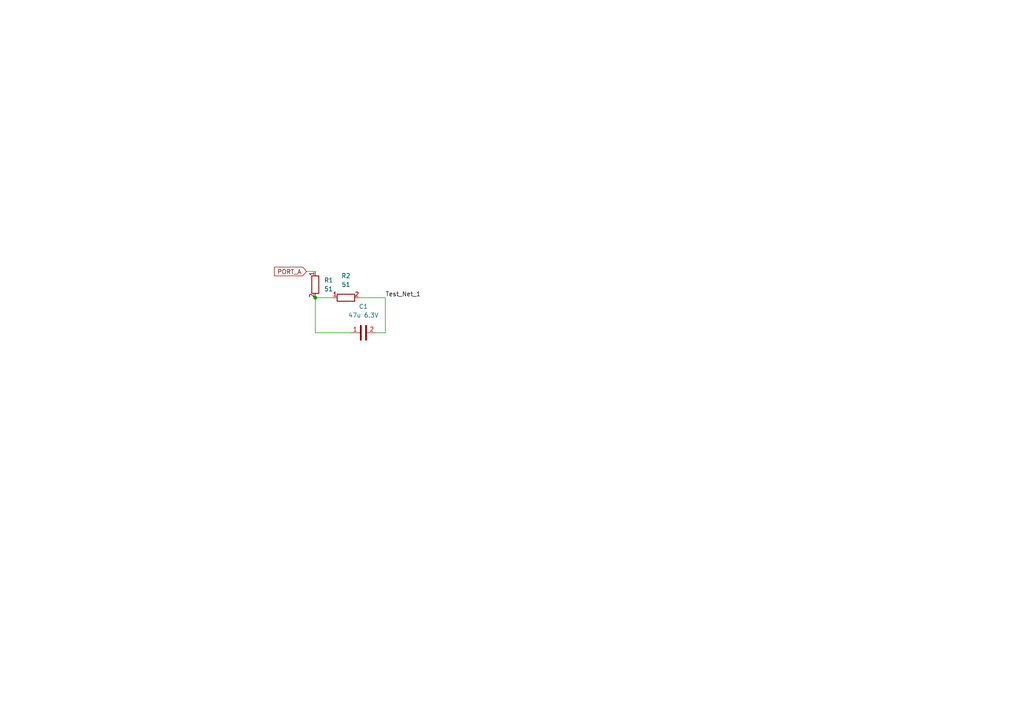
<source format=kicad_sch>
(kicad_sch (version 20211123) (generator eeschema)
  (paper "A4")
  (title_block (title "Simple Circuit") (date "2022-08-02") (rev "v01"))
  (lib_symbols
    (symbol "Device:C" (pin_names (offset 0.254))
      (property "Reference" "C" (at 0.635 2.54 0))
      (property "Value" "C" (at 0.635 -2.54 0))
      (symbol "C_0_1"
        (polyline (pts (xy -2.032 -0.762) (xy 2.032 -0.762)) (stroke (width 0.508)))
        (polyline (pts (xy -2.032 0.762) (xy 2.032 0.762)) (stroke (width 0.508)))
      )
      (symbol "C_1_1"
        (pin passive line (at 0 3.81 270) (length 2.794) (name "~") (number "1"))
        (pin passive line (at 0 -3.81 90) (length 2.794) (name "~") (number "2"))
      )
    )
    (symbol "Device:R" (pin_names (offset 0))
      (property "Reference" "R" (at 2.032 0 90))
      (property "Value" "R" (at 0 0 90))
      (symbol "R_0_1"
        (rectangle (start -1.016 -2.54) (end 1.016 2.54) (stroke (width 0.254)))
      )
      (symbol "R_1_1"
        (pin passive line (at 0 3.81 270) (length 1.27) (name "~") (number "1"))
        (pin passive line (at 0 -3.81 90) (length 1.27) (name "~") (number "2"))
      )
    )
    (symbol "R_1" (pin_names (offset 0))
      (property "Reference" "R" (at 2.032 0 90))
      (property "Value" "R_1" (at 0 0 90))
      (symbol "R_1_0_1"
        (rectangle (start -1.016 -2.54) (end 1.016 2.54) (stroke (width 0.254)))
      )
      (symbol "R_1_1_1"
        (pin passive line (at 0 3.81 270) (length 1.27) (name "~") (number "1"))
        (pin passive line (at 0 -3.81 90) (length 1.27) (name "~") (number "2"))
      )
    )
  )
  (junction (at 91.44 86.36))
  (wire (pts (xy 91.44 86.36) (xy 91.44 96.52)))
  (wire (pts (xy 111.76 86.36) (xy 111.76 96.52)))
  (wire (pts (xy 104.14 86.36) (xy 111.76 86.36)))
  (wire (pts (xy 91.44 86.36) (xy 96.52 86.36)))
  (wire (pts (xy 88.9 78.74) (xy 91.44 78.74)))
  (wire (pts (xy 109.22 96.52) (xy 111.76 96.52)))
  (wire (pts (xy 91.44 96.52) (xy 101.6 96.52)))
  (label "Test_Net_1" (at 111.76 86.36 0))
  (global_label "PORT_A" (shape input) (at 88.9 78.74 180) (property "Intersheet References" "${INTERSHEET_REFS}" (effects hide)))
  (symbol (lib_name "R_1") (lib_id "Device:R") (at 100.33 86.36 90) (unit 1)
    (property "Reference" "R2" (at 100.33 80.01 90))
    (property "Value" "51" (at 100.33 82.55 90))
  )
  (symbol (lib_id "Device:R") (at 91.44 82.55 0) (unit 1)
    (property "Reference" "R1" (at 93.98 81.2799 0) (effects (justify left)))
    (property "Value" "51" (at 93.98 83.8199 0) (effects (justify left)))
  )
  (symbol (lib_id "Device:C") (at 105.41 96.52 90) (unit 1)
    (property "Reference" "C1" (at 105.41 88.9 90))
    (property "Value" "47u 6.3V" (at 105.41 91.44 90))
  )
)
</source>
